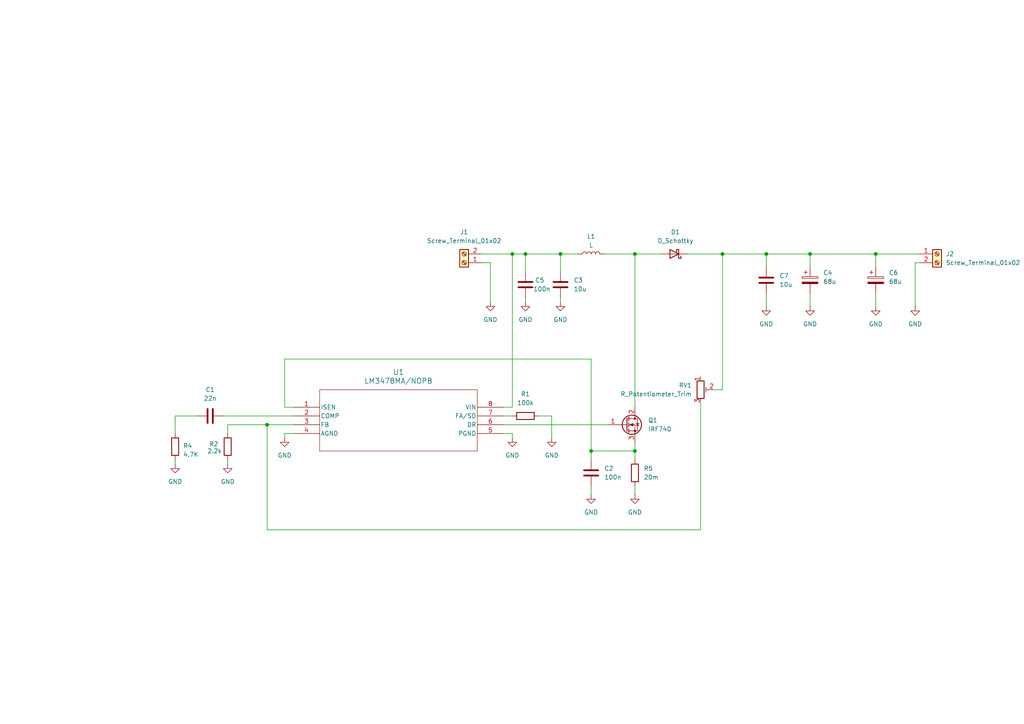
<source format=kicad_sch>
(kicad_sch
	(version 20250114)
	(generator "eeschema")
	(generator_version "9.0")
	(uuid "6fb64154-64bf-4781-9b2a-325041d40855")
	(paper "A4")
	(lib_symbols
		(symbol "Connector:Screw_Terminal_01x02"
			(pin_names
				(offset 1.016)
				(hide yes)
			)
			(exclude_from_sim no)
			(in_bom yes)
			(on_board yes)
			(property "Reference" "J"
				(at 0 2.54 0)
				(effects
					(font
						(size 1.27 1.27)
					)
				)
			)
			(property "Value" "Screw_Terminal_01x02"
				(at 0 -5.08 0)
				(effects
					(font
						(size 1.27 1.27)
					)
				)
			)
			(property "Footprint" ""
				(at 0 0 0)
				(effects
					(font
						(size 1.27 1.27)
					)
					(hide yes)
				)
			)
			(property "Datasheet" "~"
				(at 0 0 0)
				(effects
					(font
						(size 1.27 1.27)
					)
					(hide yes)
				)
			)
			(property "Description" "Generic screw terminal, single row, 01x02, script generated (kicad-library-utils/schlib/autogen/connector/)"
				(at 0 0 0)
				(effects
					(font
						(size 1.27 1.27)
					)
					(hide yes)
				)
			)
			(property "ki_keywords" "screw terminal"
				(at 0 0 0)
				(effects
					(font
						(size 1.27 1.27)
					)
					(hide yes)
				)
			)
			(property "ki_fp_filters" "TerminalBlock*:*"
				(at 0 0 0)
				(effects
					(font
						(size 1.27 1.27)
					)
					(hide yes)
				)
			)
			(symbol "Screw_Terminal_01x02_1_1"
				(rectangle
					(start -1.27 1.27)
					(end 1.27 -3.81)
					(stroke
						(width 0.254)
						(type default)
					)
					(fill
						(type background)
					)
				)
				(polyline
					(pts
						(xy -0.5334 0.3302) (xy 0.3302 -0.508)
					)
					(stroke
						(width 0.1524)
						(type default)
					)
					(fill
						(type none)
					)
				)
				(polyline
					(pts
						(xy -0.5334 -2.2098) (xy 0.3302 -3.048)
					)
					(stroke
						(width 0.1524)
						(type default)
					)
					(fill
						(type none)
					)
				)
				(polyline
					(pts
						(xy -0.3556 0.508) (xy 0.508 -0.3302)
					)
					(stroke
						(width 0.1524)
						(type default)
					)
					(fill
						(type none)
					)
				)
				(polyline
					(pts
						(xy -0.3556 -2.032) (xy 0.508 -2.8702)
					)
					(stroke
						(width 0.1524)
						(type default)
					)
					(fill
						(type none)
					)
				)
				(circle
					(center 0 0)
					(radius 0.635)
					(stroke
						(width 0.1524)
						(type default)
					)
					(fill
						(type none)
					)
				)
				(circle
					(center 0 -2.54)
					(radius 0.635)
					(stroke
						(width 0.1524)
						(type default)
					)
					(fill
						(type none)
					)
				)
				(pin passive line
					(at -5.08 0 0)
					(length 3.81)
					(name "Pin_1"
						(effects
							(font
								(size 1.27 1.27)
							)
						)
					)
					(number "1"
						(effects
							(font
								(size 1.27 1.27)
							)
						)
					)
				)
				(pin passive line
					(at -5.08 -2.54 0)
					(length 3.81)
					(name "Pin_2"
						(effects
							(font
								(size 1.27 1.27)
							)
						)
					)
					(number "2"
						(effects
							(font
								(size 1.27 1.27)
							)
						)
					)
				)
			)
			(embedded_fonts no)
		)
		(symbol "Device:C"
			(pin_numbers
				(hide yes)
			)
			(pin_names
				(offset 0.254)
			)
			(exclude_from_sim no)
			(in_bom yes)
			(on_board yes)
			(property "Reference" "C"
				(at 0.635 2.54 0)
				(effects
					(font
						(size 1.27 1.27)
					)
					(justify left)
				)
			)
			(property "Value" "C"
				(at 0.635 -2.54 0)
				(effects
					(font
						(size 1.27 1.27)
					)
					(justify left)
				)
			)
			(property "Footprint" ""
				(at 0.9652 -3.81 0)
				(effects
					(font
						(size 1.27 1.27)
					)
					(hide yes)
				)
			)
			(property "Datasheet" "~"
				(at 0 0 0)
				(effects
					(font
						(size 1.27 1.27)
					)
					(hide yes)
				)
			)
			(property "Description" "Unpolarized capacitor"
				(at 0 0 0)
				(effects
					(font
						(size 1.27 1.27)
					)
					(hide yes)
				)
			)
			(property "ki_keywords" "cap capacitor"
				(at 0 0 0)
				(effects
					(font
						(size 1.27 1.27)
					)
					(hide yes)
				)
			)
			(property "ki_fp_filters" "C_*"
				(at 0 0 0)
				(effects
					(font
						(size 1.27 1.27)
					)
					(hide yes)
				)
			)
			(symbol "C_0_1"
				(polyline
					(pts
						(xy -2.032 0.762) (xy 2.032 0.762)
					)
					(stroke
						(width 0.508)
						(type default)
					)
					(fill
						(type none)
					)
				)
				(polyline
					(pts
						(xy -2.032 -0.762) (xy 2.032 -0.762)
					)
					(stroke
						(width 0.508)
						(type default)
					)
					(fill
						(type none)
					)
				)
			)
			(symbol "C_1_1"
				(pin passive line
					(at 0 3.81 270)
					(length 2.794)
					(name "~"
						(effects
							(font
								(size 1.27 1.27)
							)
						)
					)
					(number "1"
						(effects
							(font
								(size 1.27 1.27)
							)
						)
					)
				)
				(pin passive line
					(at 0 -3.81 90)
					(length 2.794)
					(name "~"
						(effects
							(font
								(size 1.27 1.27)
							)
						)
					)
					(number "2"
						(effects
							(font
								(size 1.27 1.27)
							)
						)
					)
				)
			)
			(embedded_fonts no)
		)
		(symbol "Device:C_Polarized"
			(pin_numbers
				(hide yes)
			)
			(pin_names
				(offset 0.254)
			)
			(exclude_from_sim no)
			(in_bom yes)
			(on_board yes)
			(property "Reference" "C"
				(at 0.635 2.54 0)
				(effects
					(font
						(size 1.27 1.27)
					)
					(justify left)
				)
			)
			(property "Value" "C_Polarized"
				(at 0.635 -2.54 0)
				(effects
					(font
						(size 1.27 1.27)
					)
					(justify left)
				)
			)
			(property "Footprint" ""
				(at 0.9652 -3.81 0)
				(effects
					(font
						(size 1.27 1.27)
					)
					(hide yes)
				)
			)
			(property "Datasheet" "~"
				(at 0 0 0)
				(effects
					(font
						(size 1.27 1.27)
					)
					(hide yes)
				)
			)
			(property "Description" "Polarized capacitor"
				(at 0 0 0)
				(effects
					(font
						(size 1.27 1.27)
					)
					(hide yes)
				)
			)
			(property "ki_keywords" "cap capacitor"
				(at 0 0 0)
				(effects
					(font
						(size 1.27 1.27)
					)
					(hide yes)
				)
			)
			(property "ki_fp_filters" "CP_*"
				(at 0 0 0)
				(effects
					(font
						(size 1.27 1.27)
					)
					(hide yes)
				)
			)
			(symbol "C_Polarized_0_1"
				(rectangle
					(start -2.286 0.508)
					(end 2.286 1.016)
					(stroke
						(width 0)
						(type default)
					)
					(fill
						(type none)
					)
				)
				(polyline
					(pts
						(xy -1.778 2.286) (xy -0.762 2.286)
					)
					(stroke
						(width 0)
						(type default)
					)
					(fill
						(type none)
					)
				)
				(polyline
					(pts
						(xy -1.27 2.794) (xy -1.27 1.778)
					)
					(stroke
						(width 0)
						(type default)
					)
					(fill
						(type none)
					)
				)
				(rectangle
					(start 2.286 -0.508)
					(end -2.286 -1.016)
					(stroke
						(width 0)
						(type default)
					)
					(fill
						(type outline)
					)
				)
			)
			(symbol "C_Polarized_1_1"
				(pin passive line
					(at 0 3.81 270)
					(length 2.794)
					(name "~"
						(effects
							(font
								(size 1.27 1.27)
							)
						)
					)
					(number "1"
						(effects
							(font
								(size 1.27 1.27)
							)
						)
					)
				)
				(pin passive line
					(at 0 -3.81 90)
					(length 2.794)
					(name "~"
						(effects
							(font
								(size 1.27 1.27)
							)
						)
					)
					(number "2"
						(effects
							(font
								(size 1.27 1.27)
							)
						)
					)
				)
			)
			(embedded_fonts no)
		)
		(symbol "Device:D_Schottky"
			(pin_numbers
				(hide yes)
			)
			(pin_names
				(offset 1.016)
				(hide yes)
			)
			(exclude_from_sim no)
			(in_bom yes)
			(on_board yes)
			(property "Reference" "D"
				(at 0 2.54 0)
				(effects
					(font
						(size 1.27 1.27)
					)
				)
			)
			(property "Value" "D_Schottky"
				(at 0 -2.54 0)
				(effects
					(font
						(size 1.27 1.27)
					)
				)
			)
			(property "Footprint" ""
				(at 0 0 0)
				(effects
					(font
						(size 1.27 1.27)
					)
					(hide yes)
				)
			)
			(property "Datasheet" "~"
				(at 0 0 0)
				(effects
					(font
						(size 1.27 1.27)
					)
					(hide yes)
				)
			)
			(property "Description" "Schottky diode"
				(at 0 0 0)
				(effects
					(font
						(size 1.27 1.27)
					)
					(hide yes)
				)
			)
			(property "ki_keywords" "diode Schottky"
				(at 0 0 0)
				(effects
					(font
						(size 1.27 1.27)
					)
					(hide yes)
				)
			)
			(property "ki_fp_filters" "TO-???* *_Diode_* *SingleDiode* D_*"
				(at 0 0 0)
				(effects
					(font
						(size 1.27 1.27)
					)
					(hide yes)
				)
			)
			(symbol "D_Schottky_0_1"
				(polyline
					(pts
						(xy -1.905 0.635) (xy -1.905 1.27) (xy -1.27 1.27) (xy -1.27 -1.27) (xy -0.635 -1.27) (xy -0.635 -0.635)
					)
					(stroke
						(width 0.254)
						(type default)
					)
					(fill
						(type none)
					)
				)
				(polyline
					(pts
						(xy 1.27 1.27) (xy 1.27 -1.27) (xy -1.27 0) (xy 1.27 1.27)
					)
					(stroke
						(width 0.254)
						(type default)
					)
					(fill
						(type none)
					)
				)
				(polyline
					(pts
						(xy 1.27 0) (xy -1.27 0)
					)
					(stroke
						(width 0)
						(type default)
					)
					(fill
						(type none)
					)
				)
			)
			(symbol "D_Schottky_1_1"
				(pin passive line
					(at -3.81 0 0)
					(length 2.54)
					(name "K"
						(effects
							(font
								(size 1.27 1.27)
							)
						)
					)
					(number "1"
						(effects
							(font
								(size 1.27 1.27)
							)
						)
					)
				)
				(pin passive line
					(at 3.81 0 180)
					(length 2.54)
					(name "A"
						(effects
							(font
								(size 1.27 1.27)
							)
						)
					)
					(number "2"
						(effects
							(font
								(size 1.27 1.27)
							)
						)
					)
				)
			)
			(embedded_fonts no)
		)
		(symbol "Device:L"
			(pin_numbers
				(hide yes)
			)
			(pin_names
				(offset 1.016)
				(hide yes)
			)
			(exclude_from_sim no)
			(in_bom yes)
			(on_board yes)
			(property "Reference" "L"
				(at -1.27 0 90)
				(effects
					(font
						(size 1.27 1.27)
					)
				)
			)
			(property "Value" "L"
				(at 1.905 0 90)
				(effects
					(font
						(size 1.27 1.27)
					)
				)
			)
			(property "Footprint" ""
				(at 0 0 0)
				(effects
					(font
						(size 1.27 1.27)
					)
					(hide yes)
				)
			)
			(property "Datasheet" "~"
				(at 0 0 0)
				(effects
					(font
						(size 1.27 1.27)
					)
					(hide yes)
				)
			)
			(property "Description" "Inductor"
				(at 0 0 0)
				(effects
					(font
						(size 1.27 1.27)
					)
					(hide yes)
				)
			)
			(property "ki_keywords" "inductor choke coil reactor magnetic"
				(at 0 0 0)
				(effects
					(font
						(size 1.27 1.27)
					)
					(hide yes)
				)
			)
			(property "ki_fp_filters" "Choke_* *Coil* Inductor_* L_*"
				(at 0 0 0)
				(effects
					(font
						(size 1.27 1.27)
					)
					(hide yes)
				)
			)
			(symbol "L_0_1"
				(arc
					(start 0 2.54)
					(mid 0.6323 1.905)
					(end 0 1.27)
					(stroke
						(width 0)
						(type default)
					)
					(fill
						(type none)
					)
				)
				(arc
					(start 0 1.27)
					(mid 0.6323 0.635)
					(end 0 0)
					(stroke
						(width 0)
						(type default)
					)
					(fill
						(type none)
					)
				)
				(arc
					(start 0 0)
					(mid 0.6323 -0.635)
					(end 0 -1.27)
					(stroke
						(width 0)
						(type default)
					)
					(fill
						(type none)
					)
				)
				(arc
					(start 0 -1.27)
					(mid 0.6323 -1.905)
					(end 0 -2.54)
					(stroke
						(width 0)
						(type default)
					)
					(fill
						(type none)
					)
				)
			)
			(symbol "L_1_1"
				(pin passive line
					(at 0 3.81 270)
					(length 1.27)
					(name "1"
						(effects
							(font
								(size 1.27 1.27)
							)
						)
					)
					(number "1"
						(effects
							(font
								(size 1.27 1.27)
							)
						)
					)
				)
				(pin passive line
					(at 0 -3.81 90)
					(length 1.27)
					(name "2"
						(effects
							(font
								(size 1.27 1.27)
							)
						)
					)
					(number "2"
						(effects
							(font
								(size 1.27 1.27)
							)
						)
					)
				)
			)
			(embedded_fonts no)
		)
		(symbol "Device:R"
			(pin_numbers
				(hide yes)
			)
			(pin_names
				(offset 0)
			)
			(exclude_from_sim no)
			(in_bom yes)
			(on_board yes)
			(property "Reference" "R"
				(at 2.032 0 90)
				(effects
					(font
						(size 1.27 1.27)
					)
				)
			)
			(property "Value" "R"
				(at 0 0 90)
				(effects
					(font
						(size 1.27 1.27)
					)
				)
			)
			(property "Footprint" ""
				(at -1.778 0 90)
				(effects
					(font
						(size 1.27 1.27)
					)
					(hide yes)
				)
			)
			(property "Datasheet" "~"
				(at 0 0 0)
				(effects
					(font
						(size 1.27 1.27)
					)
					(hide yes)
				)
			)
			(property "Description" "Resistor"
				(at 0 0 0)
				(effects
					(font
						(size 1.27 1.27)
					)
					(hide yes)
				)
			)
			(property "ki_keywords" "R res resistor"
				(at 0 0 0)
				(effects
					(font
						(size 1.27 1.27)
					)
					(hide yes)
				)
			)
			(property "ki_fp_filters" "R_*"
				(at 0 0 0)
				(effects
					(font
						(size 1.27 1.27)
					)
					(hide yes)
				)
			)
			(symbol "R_0_1"
				(rectangle
					(start -1.016 -2.54)
					(end 1.016 2.54)
					(stroke
						(width 0.254)
						(type default)
					)
					(fill
						(type none)
					)
				)
			)
			(symbol "R_1_1"
				(pin passive line
					(at 0 3.81 270)
					(length 1.27)
					(name "~"
						(effects
							(font
								(size 1.27 1.27)
							)
						)
					)
					(number "1"
						(effects
							(font
								(size 1.27 1.27)
							)
						)
					)
				)
				(pin passive line
					(at 0 -3.81 90)
					(length 1.27)
					(name "~"
						(effects
							(font
								(size 1.27 1.27)
							)
						)
					)
					(number "2"
						(effects
							(font
								(size 1.27 1.27)
							)
						)
					)
				)
			)
			(embedded_fonts no)
		)
		(symbol "Device:R_Potentiometer_Trim"
			(pin_names
				(offset 1.016)
				(hide yes)
			)
			(exclude_from_sim no)
			(in_bom yes)
			(on_board yes)
			(property "Reference" "RV"
				(at -4.445 0 90)
				(effects
					(font
						(size 1.27 1.27)
					)
				)
			)
			(property "Value" "R_Potentiometer_Trim"
				(at -2.54 0 90)
				(effects
					(font
						(size 1.27 1.27)
					)
				)
			)
			(property "Footprint" ""
				(at 0 0 0)
				(effects
					(font
						(size 1.27 1.27)
					)
					(hide yes)
				)
			)
			(property "Datasheet" "~"
				(at 0 0 0)
				(effects
					(font
						(size 1.27 1.27)
					)
					(hide yes)
				)
			)
			(property "Description" "Trim-potentiometer"
				(at 0 0 0)
				(effects
					(font
						(size 1.27 1.27)
					)
					(hide yes)
				)
			)
			(property "ki_keywords" "resistor variable trimpot trimmer"
				(at 0 0 0)
				(effects
					(font
						(size 1.27 1.27)
					)
					(hide yes)
				)
			)
			(property "ki_fp_filters" "Potentiometer*"
				(at 0 0 0)
				(effects
					(font
						(size 1.27 1.27)
					)
					(hide yes)
				)
			)
			(symbol "R_Potentiometer_Trim_0_1"
				(rectangle
					(start 1.016 2.54)
					(end -1.016 -2.54)
					(stroke
						(width 0.254)
						(type default)
					)
					(fill
						(type none)
					)
				)
				(polyline
					(pts
						(xy 1.524 0.762) (xy 1.524 -0.762)
					)
					(stroke
						(width 0)
						(type default)
					)
					(fill
						(type none)
					)
				)
				(polyline
					(pts
						(xy 2.54 0) (xy 1.524 0)
					)
					(stroke
						(width 0)
						(type default)
					)
					(fill
						(type none)
					)
				)
			)
			(symbol "R_Potentiometer_Trim_1_1"
				(pin passive line
					(at 0 3.81 270)
					(length 1.27)
					(name "1"
						(effects
							(font
								(size 1.27 1.27)
							)
						)
					)
					(number "1"
						(effects
							(font
								(size 1.27 1.27)
							)
						)
					)
				)
				(pin passive line
					(at 0 -3.81 90)
					(length 1.27)
					(name "3"
						(effects
							(font
								(size 1.27 1.27)
							)
						)
					)
					(number "3"
						(effects
							(font
								(size 1.27 1.27)
							)
						)
					)
				)
				(pin passive line
					(at 3.81 0 180)
					(length 1.27)
					(name "2"
						(effects
							(font
								(size 1.27 1.27)
							)
						)
					)
					(number "2"
						(effects
							(font
								(size 1.27 1.27)
							)
						)
					)
				)
			)
			(embedded_fonts no)
		)
		(symbol "PE:LM3478MA_NOPB"
			(pin_names
				(offset 0.254)
			)
			(exclude_from_sim no)
			(in_bom yes)
			(on_board yes)
			(property "Reference" "U"
				(at 30.48 10.16 0)
				(effects
					(font
						(size 1.524 1.524)
					)
				)
			)
			(property "Value" "LM3478MA/NOPB"
				(at 30.48 7.62 0)
				(effects
					(font
						(size 1.524 1.524)
					)
				)
			)
			(property "Footprint" "M08A"
				(at 0 0 0)
				(effects
					(font
						(size 1.27 1.27)
						(italic yes)
					)
					(hide yes)
				)
			)
			(property "Datasheet" "https://www.ti.com/lit/gpn/lm3478"
				(at 0 0 0)
				(effects
					(font
						(size 1.27 1.27)
						(italic yes)
					)
					(hide yes)
				)
			)
			(property "Description" ""
				(at 0 0 0)
				(effects
					(font
						(size 1.27 1.27)
					)
					(hide yes)
				)
			)
			(property "ki_locked" ""
				(at 0 0 0)
				(effects
					(font
						(size 1.27 1.27)
					)
				)
			)
			(property "ki_keywords" "LM3478MA/NOPB"
				(at 0 0 0)
				(effects
					(font
						(size 1.27 1.27)
					)
					(hide yes)
				)
			)
			(property "ki_fp_filters" "M08A M08A-M M08A-L"
				(at 0 0 0)
				(effects
					(font
						(size 1.27 1.27)
					)
					(hide yes)
				)
			)
			(symbol "LM3478MA_NOPB_0_1"
				(polyline
					(pts
						(xy 7.62 5.08) (xy 7.62 -12.7)
					)
					(stroke
						(width 0.127)
						(type default)
					)
					(fill
						(type none)
					)
				)
				(polyline
					(pts
						(xy 7.62 -12.7) (xy 53.34 -12.7)
					)
					(stroke
						(width 0.127)
						(type default)
					)
					(fill
						(type none)
					)
				)
				(polyline
					(pts
						(xy 53.34 5.08) (xy 7.62 5.08)
					)
					(stroke
						(width 0.127)
						(type default)
					)
					(fill
						(type none)
					)
				)
				(polyline
					(pts
						(xy 53.34 -12.7) (xy 53.34 5.08)
					)
					(stroke
						(width 0.127)
						(type default)
					)
					(fill
						(type none)
					)
				)
				(pin input line
					(at 0 0 0)
					(length 7.62)
					(name "ISEN"
						(effects
							(font
								(size 1.27 1.27)
							)
						)
					)
					(number "1"
						(effects
							(font
								(size 1.27 1.27)
							)
						)
					)
				)
				(pin unspecified line
					(at 0 -2.54 0)
					(length 7.62)
					(name "COMP"
						(effects
							(font
								(size 1.27 1.27)
							)
						)
					)
					(number "2"
						(effects
							(font
								(size 1.27 1.27)
							)
						)
					)
				)
				(pin output line
					(at 0 -5.08 0)
					(length 7.62)
					(name "FB"
						(effects
							(font
								(size 1.27 1.27)
							)
						)
					)
					(number "3"
						(effects
							(font
								(size 1.27 1.27)
							)
						)
					)
				)
				(pin power_in line
					(at 0 -7.62 0)
					(length 7.62)
					(name "AGND"
						(effects
							(font
								(size 1.27 1.27)
							)
						)
					)
					(number "4"
						(effects
							(font
								(size 1.27 1.27)
							)
						)
					)
				)
				(pin input line
					(at 60.96 0 180)
					(length 7.62)
					(name "VIN"
						(effects
							(font
								(size 1.27 1.27)
							)
						)
					)
					(number "8"
						(effects
							(font
								(size 1.27 1.27)
							)
						)
					)
				)
				(pin bidirectional line
					(at 60.96 -2.54 180)
					(length 7.62)
					(name "FA/SD"
						(effects
							(font
								(size 1.27 1.27)
							)
						)
					)
					(number "7"
						(effects
							(font
								(size 1.27 1.27)
							)
						)
					)
				)
				(pin unspecified line
					(at 60.96 -5.08 180)
					(length 7.62)
					(name "DR"
						(effects
							(font
								(size 1.27 1.27)
							)
						)
					)
					(number "6"
						(effects
							(font
								(size 1.27 1.27)
							)
						)
					)
				)
				(pin power_in line
					(at 60.96 -7.62 180)
					(length 7.62)
					(name "PGND"
						(effects
							(font
								(size 1.27 1.27)
							)
						)
					)
					(number "5"
						(effects
							(font
								(size 1.27 1.27)
							)
						)
					)
				)
			)
			(embedded_fonts no)
		)
		(symbol "Transistor_FET:IRF740"
			(pin_names
				(hide yes)
			)
			(exclude_from_sim no)
			(in_bom yes)
			(on_board yes)
			(property "Reference" "Q"
				(at 5.08 1.905 0)
				(effects
					(font
						(size 1.27 1.27)
					)
					(justify left)
				)
			)
			(property "Value" "IRF740"
				(at 5.08 0 0)
				(effects
					(font
						(size 1.27 1.27)
					)
					(justify left)
				)
			)
			(property "Footprint" "Package_TO_SOT_THT:TO-220-3_Vertical"
				(at 5.08 -1.905 0)
				(effects
					(font
						(size 1.27 1.27)
						(italic yes)
					)
					(justify left)
					(hide yes)
				)
			)
			(property "Datasheet" "http://www.vishay.com/docs/91054/91054.pdf"
				(at 5.08 -3.81 0)
				(effects
					(font
						(size 1.27 1.27)
					)
					(justify left)
					(hide yes)
				)
			)
			(property "Description" "10A Id, 400V Vds, N-Channel Power MOSFET, 500mOhm Rds, TO-220AB"
				(at 0 0 0)
				(effects
					(font
						(size 1.27 1.27)
					)
					(hide yes)
				)
			)
			(property "ki_keywords" "N Channel"
				(at 0 0 0)
				(effects
					(font
						(size 1.27 1.27)
					)
					(hide yes)
				)
			)
			(property "ki_fp_filters" "TO?220*"
				(at 0 0 0)
				(effects
					(font
						(size 1.27 1.27)
					)
					(hide yes)
				)
			)
			(symbol "IRF740_0_1"
				(polyline
					(pts
						(xy 0.254 1.905) (xy 0.254 -1.905)
					)
					(stroke
						(width 0.254)
						(type default)
					)
					(fill
						(type none)
					)
				)
				(polyline
					(pts
						(xy 0.254 0) (xy -2.54 0)
					)
					(stroke
						(width 0)
						(type default)
					)
					(fill
						(type none)
					)
				)
				(polyline
					(pts
						(xy 0.762 2.286) (xy 0.762 1.27)
					)
					(stroke
						(width 0.254)
						(type default)
					)
					(fill
						(type none)
					)
				)
				(polyline
					(pts
						(xy 0.762 0.508) (xy 0.762 -0.508)
					)
					(stroke
						(width 0.254)
						(type default)
					)
					(fill
						(type none)
					)
				)
				(polyline
					(pts
						(xy 0.762 -1.27) (xy 0.762 -2.286)
					)
					(stroke
						(width 0.254)
						(type default)
					)
					(fill
						(type none)
					)
				)
				(polyline
					(pts
						(xy 0.762 -1.778) (xy 3.302 -1.778) (xy 3.302 1.778) (xy 0.762 1.778)
					)
					(stroke
						(width 0)
						(type default)
					)
					(fill
						(type none)
					)
				)
				(polyline
					(pts
						(xy 1.016 0) (xy 2.032 0.381) (xy 2.032 -0.381) (xy 1.016 0)
					)
					(stroke
						(width 0)
						(type default)
					)
					(fill
						(type outline)
					)
				)
				(circle
					(center 1.651 0)
					(radius 2.794)
					(stroke
						(width 0.254)
						(type default)
					)
					(fill
						(type none)
					)
				)
				(polyline
					(pts
						(xy 2.54 2.54) (xy 2.54 1.778)
					)
					(stroke
						(width 0)
						(type default)
					)
					(fill
						(type none)
					)
				)
				(circle
					(center 2.54 1.778)
					(radius 0.254)
					(stroke
						(width 0)
						(type default)
					)
					(fill
						(type outline)
					)
				)
				(circle
					(center 2.54 -1.778)
					(radius 0.254)
					(stroke
						(width 0)
						(type default)
					)
					(fill
						(type outline)
					)
				)
				(polyline
					(pts
						(xy 2.54 -2.54) (xy 2.54 0) (xy 0.762 0)
					)
					(stroke
						(width 0)
						(type default)
					)
					(fill
						(type none)
					)
				)
				(polyline
					(pts
						(xy 2.794 0.508) (xy 2.921 0.381) (xy 3.683 0.381) (xy 3.81 0.254)
					)
					(stroke
						(width 0)
						(type default)
					)
					(fill
						(type none)
					)
				)
				(polyline
					(pts
						(xy 3.302 0.381) (xy 2.921 -0.254) (xy 3.683 -0.254) (xy 3.302 0.381)
					)
					(stroke
						(width 0)
						(type default)
					)
					(fill
						(type none)
					)
				)
			)
			(symbol "IRF740_1_1"
				(pin input line
					(at -5.08 0 0)
					(length 2.54)
					(name "G"
						(effects
							(font
								(size 1.27 1.27)
							)
						)
					)
					(number "1"
						(effects
							(font
								(size 1.27 1.27)
							)
						)
					)
				)
				(pin passive line
					(at 2.54 5.08 270)
					(length 2.54)
					(name "D"
						(effects
							(font
								(size 1.27 1.27)
							)
						)
					)
					(number "2"
						(effects
							(font
								(size 1.27 1.27)
							)
						)
					)
				)
				(pin passive line
					(at 2.54 -5.08 90)
					(length 2.54)
					(name "S"
						(effects
							(font
								(size 1.27 1.27)
							)
						)
					)
					(number "3"
						(effects
							(font
								(size 1.27 1.27)
							)
						)
					)
				)
			)
			(embedded_fonts no)
		)
		(symbol "power:GND"
			(power)
			(pin_numbers
				(hide yes)
			)
			(pin_names
				(offset 0)
				(hide yes)
			)
			(exclude_from_sim no)
			(in_bom yes)
			(on_board yes)
			(property "Reference" "#PWR"
				(at 0 -6.35 0)
				(effects
					(font
						(size 1.27 1.27)
					)
					(hide yes)
				)
			)
			(property "Value" "GND"
				(at 0 -3.81 0)
				(effects
					(font
						(size 1.27 1.27)
					)
				)
			)
			(property "Footprint" ""
				(at 0 0 0)
				(effects
					(font
						(size 1.27 1.27)
					)
					(hide yes)
				)
			)
			(property "Datasheet" ""
				(at 0 0 0)
				(effects
					(font
						(size 1.27 1.27)
					)
					(hide yes)
				)
			)
			(property "Description" "Power symbol creates a global label with name \"GND\" , ground"
				(at 0 0 0)
				(effects
					(font
						(size 1.27 1.27)
					)
					(hide yes)
				)
			)
			(property "ki_keywords" "global power"
				(at 0 0 0)
				(effects
					(font
						(size 1.27 1.27)
					)
					(hide yes)
				)
			)
			(symbol "GND_0_1"
				(polyline
					(pts
						(xy 0 0) (xy 0 -1.27) (xy 1.27 -1.27) (xy 0 -2.54) (xy -1.27 -1.27) (xy 0 -1.27)
					)
					(stroke
						(width 0)
						(type default)
					)
					(fill
						(type none)
					)
				)
			)
			(symbol "GND_1_1"
				(pin power_in line
					(at 0 0 270)
					(length 0)
					(name "~"
						(effects
							(font
								(size 1.27 1.27)
							)
						)
					)
					(number "1"
						(effects
							(font
								(size 1.27 1.27)
							)
						)
					)
				)
			)
			(embedded_fonts no)
		)
	)
	(junction
		(at 148.59 73.66)
		(diameter 0)
		(color 0 0 0 0)
		(uuid "03c73fae-50aa-4746-b06f-551377ec2f34")
	)
	(junction
		(at 152.4 73.66)
		(diameter 0)
		(color 0 0 0 0)
		(uuid "0f71bd70-d4fa-493c-bc57-1460e1a7ff5b")
	)
	(junction
		(at 184.15 130.81)
		(diameter 0)
		(color 0 0 0 0)
		(uuid "10593e83-6d05-459f-9e66-543900c3a791")
	)
	(junction
		(at 77.47 123.19)
		(diameter 0)
		(color 0 0 0 0)
		(uuid "1b3716fd-f495-4b9d-a20e-1ea2d0d1c2f3")
	)
	(junction
		(at 171.45 130.81)
		(diameter 0)
		(color 0 0 0 0)
		(uuid "2c8589b5-902a-451c-ad1a-5962098599e6")
	)
	(junction
		(at 222.25 73.66)
		(diameter 0)
		(color 0 0 0 0)
		(uuid "2e0afe26-43c8-47a0-b1f1-5a7d304dad8e")
	)
	(junction
		(at 234.95 73.66)
		(diameter 0)
		(color 0 0 0 0)
		(uuid "487a5aca-da46-44fd-8be1-41b00de1a3ca")
	)
	(junction
		(at 162.56 73.66)
		(diameter 0)
		(color 0 0 0 0)
		(uuid "597f993b-ef03-4d38-af7d-21aa568c8111")
	)
	(junction
		(at 209.55 73.66)
		(diameter 0)
		(color 0 0 0 0)
		(uuid "7e594541-3c89-43fd-90e5-77b1242dffdb")
	)
	(junction
		(at 254 73.66)
		(diameter 0)
		(color 0 0 0 0)
		(uuid "b3053c41-b165-4984-b86d-c47879d2a740")
	)
	(junction
		(at 184.15 73.66)
		(diameter 0)
		(color 0 0 0 0)
		(uuid "e430f700-8dbb-45a5-8309-c77c2e16581e")
	)
	(wire
		(pts
			(xy 152.4 86.36) (xy 152.4 87.63)
		)
		(stroke
			(width 0)
			(type default)
		)
		(uuid "014a3c7e-9bdb-42b7-a34e-190571fabef4")
	)
	(wire
		(pts
			(xy 85.09 118.11) (xy 82.55 118.11)
		)
		(stroke
			(width 0)
			(type default)
		)
		(uuid "06c15ac2-ab3d-4867-98cb-dda52eed540a")
	)
	(wire
		(pts
			(xy 265.43 76.2) (xy 266.7 76.2)
		)
		(stroke
			(width 0)
			(type default)
		)
		(uuid "07ef8bff-71d8-4a02-952b-955d5fa9649a")
	)
	(wire
		(pts
			(xy 254 73.66) (xy 254 77.47)
		)
		(stroke
			(width 0)
			(type default)
		)
		(uuid "07f72ef7-5410-42bb-84e6-835f078af0b9")
	)
	(wire
		(pts
			(xy 82.55 104.14) (xy 171.45 104.14)
		)
		(stroke
			(width 0)
			(type default)
		)
		(uuid "0a23d9d7-7ad1-40d7-9348-80afeccfd62e")
	)
	(wire
		(pts
			(xy 184.15 73.66) (xy 184.15 118.11)
		)
		(stroke
			(width 0)
			(type default)
		)
		(uuid "0a7dab2a-617e-42be-824c-46b363c23ec0")
	)
	(wire
		(pts
			(xy 64.77 120.65) (xy 85.09 120.65)
		)
		(stroke
			(width 0)
			(type default)
		)
		(uuid "23dfb5a7-70b3-46d2-a35f-9b3235180683")
	)
	(wire
		(pts
			(xy 209.55 73.66) (xy 222.25 73.66)
		)
		(stroke
			(width 0)
			(type default)
		)
		(uuid "26ef8838-d06e-457c-a788-396eac300b6c")
	)
	(wire
		(pts
			(xy 171.45 140.97) (xy 171.45 143.51)
		)
		(stroke
			(width 0)
			(type default)
		)
		(uuid "2ca1ea65-4c1f-4abc-93d7-e2bfd86041fa")
	)
	(wire
		(pts
			(xy 82.55 118.11) (xy 82.55 104.14)
		)
		(stroke
			(width 0)
			(type default)
		)
		(uuid "30e1838f-80d6-4f0c-bf9e-177decbc8762")
	)
	(wire
		(pts
			(xy 162.56 86.36) (xy 162.56 87.63)
		)
		(stroke
			(width 0)
			(type default)
		)
		(uuid "36324ea6-7115-49b9-a139-8df87af7392a")
	)
	(wire
		(pts
			(xy 171.45 104.14) (xy 171.45 130.81)
		)
		(stroke
			(width 0)
			(type default)
		)
		(uuid "39242569-fd6f-48e9-9e50-4074ca577ddd")
	)
	(wire
		(pts
			(xy 66.04 123.19) (xy 77.47 123.19)
		)
		(stroke
			(width 0)
			(type default)
		)
		(uuid "3d974fd9-7c77-4a31-a33c-dbe42cc84efe")
	)
	(wire
		(pts
			(xy 209.55 73.66) (xy 209.55 113.03)
		)
		(stroke
			(width 0)
			(type default)
		)
		(uuid "3e97c48e-bcfa-4c3b-be22-7cd0ae04e6d5")
	)
	(wire
		(pts
			(xy 254 85.09) (xy 254 88.9)
		)
		(stroke
			(width 0)
			(type default)
		)
		(uuid "45cadea8-2df7-42d0-81cd-f7eb0eb3bf9d")
	)
	(wire
		(pts
			(xy 234.95 77.47) (xy 234.95 73.66)
		)
		(stroke
			(width 0)
			(type default)
		)
		(uuid "48b54582-05a9-4444-a320-f41cb4688d6c")
	)
	(wire
		(pts
			(xy 85.09 123.19) (xy 77.47 123.19)
		)
		(stroke
			(width 0)
			(type default)
		)
		(uuid "52508c58-172a-45d7-af89-47d109d0438d")
	)
	(wire
		(pts
			(xy 184.15 130.81) (xy 171.45 130.81)
		)
		(stroke
			(width 0)
			(type default)
		)
		(uuid "542d53ef-1c01-4987-ba3c-c46413bd8e56")
	)
	(wire
		(pts
			(xy 146.05 125.73) (xy 148.59 125.73)
		)
		(stroke
			(width 0)
			(type default)
		)
		(uuid "6b282f3f-62ac-4b36-80a0-65d0e27a3cd3")
	)
	(wire
		(pts
			(xy 148.59 118.11) (xy 148.59 73.66)
		)
		(stroke
			(width 0)
			(type default)
		)
		(uuid "71bad56a-abf4-4fb0-bf4d-cc0d17ddf42a")
	)
	(wire
		(pts
			(xy 175.26 73.66) (xy 184.15 73.66)
		)
		(stroke
			(width 0)
			(type default)
		)
		(uuid "7535d1e5-88e6-430b-b54e-3751be75e93f")
	)
	(wire
		(pts
			(xy 162.56 73.66) (xy 167.64 73.66)
		)
		(stroke
			(width 0)
			(type default)
		)
		(uuid "75bd9100-9175-4985-aa91-c130afed5a1f")
	)
	(wire
		(pts
			(xy 162.56 73.66) (xy 162.56 78.74)
		)
		(stroke
			(width 0)
			(type default)
		)
		(uuid "7c5ba7df-7dfc-4e70-9068-8c160c48539b")
	)
	(wire
		(pts
			(xy 265.43 76.2) (xy 265.43 88.9)
		)
		(stroke
			(width 0)
			(type default)
		)
		(uuid "86242943-88b1-4dca-91d0-f44a079cba24")
	)
	(wire
		(pts
			(xy 222.25 73.66) (xy 234.95 73.66)
		)
		(stroke
			(width 0)
			(type default)
		)
		(uuid "89c02da2-ea0c-4135-9a0c-243346211b52")
	)
	(wire
		(pts
			(xy 184.15 128.27) (xy 184.15 130.81)
		)
		(stroke
			(width 0)
			(type default)
		)
		(uuid "89c88af3-383d-42a4-92e9-1f4f3ee3062c")
	)
	(wire
		(pts
			(xy 148.59 73.66) (xy 152.4 73.66)
		)
		(stroke
			(width 0)
			(type default)
		)
		(uuid "8cccc1f0-9171-4520-a03d-b2551065abe7")
	)
	(wire
		(pts
			(xy 77.47 153.67) (xy 77.47 123.19)
		)
		(stroke
			(width 0)
			(type default)
		)
		(uuid "8f633cd4-9abc-4970-96e4-61acbb3b3def")
	)
	(wire
		(pts
			(xy 66.04 123.19) (xy 66.04 125.73)
		)
		(stroke
			(width 0)
			(type default)
		)
		(uuid "92dd5fba-09f5-47f9-a3cd-7022c683ee98")
	)
	(wire
		(pts
			(xy 160.02 120.65) (xy 160.02 127)
		)
		(stroke
			(width 0)
			(type default)
		)
		(uuid "96f5d205-0a2b-4ffc-bf9d-a030a7a077f8")
	)
	(wire
		(pts
			(xy 85.09 125.73) (xy 82.55 125.73)
		)
		(stroke
			(width 0)
			(type default)
		)
		(uuid "99cf662f-e56c-4647-913f-e95e7607b6b7")
	)
	(wire
		(pts
			(xy 139.7 73.66) (xy 148.59 73.66)
		)
		(stroke
			(width 0)
			(type default)
		)
		(uuid "9efb8b5d-a898-46ee-a30f-93061f57c2c0")
	)
	(wire
		(pts
			(xy 146.05 123.19) (xy 176.53 123.19)
		)
		(stroke
			(width 0)
			(type default)
		)
		(uuid "a0dbc392-264b-43ce-81d0-3502bff972ec")
	)
	(wire
		(pts
			(xy 207.01 113.03) (xy 209.55 113.03)
		)
		(stroke
			(width 0)
			(type default)
		)
		(uuid "a19ba0b4-eede-44b3-9b36-70b10cd04ee9")
	)
	(wire
		(pts
			(xy 199.39 73.66) (xy 209.55 73.66)
		)
		(stroke
			(width 0)
			(type default)
		)
		(uuid "a45f75eb-3eb2-42d4-9072-20810f1f7688")
	)
	(wire
		(pts
			(xy 203.2 116.84) (xy 203.2 153.67)
		)
		(stroke
			(width 0)
			(type default)
		)
		(uuid "a8ca5025-4cb3-4a0e-b58f-ee34c67f8211")
	)
	(wire
		(pts
			(xy 146.05 118.11) (xy 148.59 118.11)
		)
		(stroke
			(width 0)
			(type default)
		)
		(uuid "af423d72-3d1a-441d-aa72-7ae676323663")
	)
	(wire
		(pts
			(xy 234.95 73.66) (xy 254 73.66)
		)
		(stroke
			(width 0)
			(type default)
		)
		(uuid "b81ed697-5200-4c95-8fcf-dddefd219d74")
	)
	(wire
		(pts
			(xy 152.4 73.66) (xy 152.4 78.74)
		)
		(stroke
			(width 0)
			(type default)
		)
		(uuid "bbb79081-dc90-440e-8463-caa92e355ff0")
	)
	(wire
		(pts
			(xy 222.25 85.09) (xy 222.25 88.9)
		)
		(stroke
			(width 0)
			(type default)
		)
		(uuid "bc161024-c96d-494f-b932-3aec593e6c52")
	)
	(wire
		(pts
			(xy 50.8 120.65) (xy 50.8 125.73)
		)
		(stroke
			(width 0)
			(type default)
		)
		(uuid "bc69f96a-d9aa-4bfa-936f-79777c855efd")
	)
	(wire
		(pts
			(xy 82.55 125.73) (xy 82.55 127)
		)
		(stroke
			(width 0)
			(type default)
		)
		(uuid "bf7f3ce5-cac5-4d96-86ce-ee3269215d7f")
	)
	(wire
		(pts
			(xy 191.77 73.66) (xy 184.15 73.66)
		)
		(stroke
			(width 0)
			(type default)
		)
		(uuid "bf92b8a3-8a07-4a67-8085-25d3de76308b")
	)
	(wire
		(pts
			(xy 156.21 120.65) (xy 160.02 120.65)
		)
		(stroke
			(width 0)
			(type default)
		)
		(uuid "c004d277-4edf-47d9-ba0a-1d475fa82b4c")
	)
	(wire
		(pts
			(xy 50.8 120.65) (xy 57.15 120.65)
		)
		(stroke
			(width 0)
			(type default)
		)
		(uuid "c1be673d-7b98-4160-93ad-8624d9a29070")
	)
	(wire
		(pts
			(xy 146.05 120.65) (xy 148.59 120.65)
		)
		(stroke
			(width 0)
			(type default)
		)
		(uuid "c6397f8c-522f-4052-8628-a1d8d7eacf7f")
	)
	(wire
		(pts
			(xy 171.45 130.81) (xy 171.45 133.35)
		)
		(stroke
			(width 0)
			(type default)
		)
		(uuid "c95691c9-79e2-470c-b523-d10f085d90f5")
	)
	(wire
		(pts
			(xy 50.8 133.35) (xy 50.8 134.62)
		)
		(stroke
			(width 0)
			(type default)
		)
		(uuid "ccb9df5d-9f76-40f9-894b-eeb81da95790")
	)
	(wire
		(pts
			(xy 77.47 153.67) (xy 203.2 153.67)
		)
		(stroke
			(width 0)
			(type default)
		)
		(uuid "cd85eb1d-a306-4de7-b1d0-78f22690b0d8")
	)
	(wire
		(pts
			(xy 266.7 73.66) (xy 254 73.66)
		)
		(stroke
			(width 0)
			(type default)
		)
		(uuid "d0231d7c-2d22-4e1b-b008-32b9e73eea28")
	)
	(wire
		(pts
			(xy 139.7 76.2) (xy 142.24 76.2)
		)
		(stroke
			(width 0)
			(type default)
		)
		(uuid "d5d5ddc7-06a5-4a53-a303-14c5a198a053")
	)
	(wire
		(pts
			(xy 142.24 76.2) (xy 142.24 87.63)
		)
		(stroke
			(width 0)
			(type default)
		)
		(uuid "d75478b6-33d7-4b17-9813-d9c93787dab4")
	)
	(wire
		(pts
			(xy 66.04 133.35) (xy 66.04 134.62)
		)
		(stroke
			(width 0)
			(type default)
		)
		(uuid "d84789a3-6946-41f0-9bdb-8056e4ddd8a4")
	)
	(wire
		(pts
			(xy 148.59 125.73) (xy 148.59 127)
		)
		(stroke
			(width 0)
			(type default)
		)
		(uuid "de68dddd-d8ec-4b50-9ee4-3adeb1667049")
	)
	(wire
		(pts
			(xy 184.15 140.97) (xy 184.15 143.51)
		)
		(stroke
			(width 0)
			(type default)
		)
		(uuid "e9423734-830f-466e-9476-07c5f2aa0fa5")
	)
	(wire
		(pts
			(xy 234.95 85.09) (xy 234.95 88.9)
		)
		(stroke
			(width 0)
			(type default)
		)
		(uuid "ee57e4f6-22a7-4dd8-b32c-d40e99a5f61a")
	)
	(wire
		(pts
			(xy 152.4 73.66) (xy 162.56 73.66)
		)
		(stroke
			(width 0)
			(type default)
		)
		(uuid "f08753f2-c38c-41c4-ac0f-82f0da29db44")
	)
	(wire
		(pts
			(xy 222.25 73.66) (xy 222.25 77.47)
		)
		(stroke
			(width 0)
			(type default)
		)
		(uuid "f0d038de-cfb3-4563-affa-58347dd37936")
	)
	(wire
		(pts
			(xy 184.15 130.81) (xy 184.15 133.35)
		)
		(stroke
			(width 0)
			(type default)
		)
		(uuid "fa326eac-2495-4793-8986-3fab0334e491")
	)
	(symbol
		(lib_id "Device:R")
		(at 184.15 137.16 0)
		(unit 1)
		(exclude_from_sim no)
		(in_bom yes)
		(on_board yes)
		(dnp no)
		(fields_autoplaced yes)
		(uuid "03ac8f8f-f25c-47c5-aeb8-e8f921d4b630")
		(property "Reference" "R5"
			(at 186.69 135.8899 0)
			(effects
				(font
					(size 1.27 1.27)
				)
				(justify left)
			)
		)
		(property "Value" "20m"
			(at 186.69 138.4299 0)
			(effects
				(font
					(size 1.27 1.27)
				)
				(justify left)
			)
		)
		(property "Footprint" "Resistor_SMD:R_2512_6332Metric_Pad1.40x3.35mm_HandSolder"
			(at 182.372 137.16 90)
			(effects
				(font
					(size 1.27 1.27)
				)
				(hide yes)
			)
		)
		(property "Datasheet" "~"
			(at 184.15 137.16 0)
			(effects
				(font
					(size 1.27 1.27)
				)
				(hide yes)
			)
		)
		(property "Description" "Resistor"
			(at 184.15 137.16 0)
			(effects
				(font
					(size 1.27 1.27)
				)
				(hide yes)
			)
		)
		(pin "1"
			(uuid "58696dbf-9a28-4fb2-923a-0741d44adc4b")
		)
		(pin "2"
			(uuid "a9e6b030-be53-4eb7-a6ab-51ecc84adbe8")
		)
		(instances
			(project ""
				(path "/6fb64154-64bf-4781-9b2a-325041d40855"
					(reference "R5")
					(unit 1)
				)
			)
		)
	)
	(symbol
		(lib_id "Device:R")
		(at 152.4 120.65 90)
		(unit 1)
		(exclude_from_sim no)
		(in_bom yes)
		(on_board yes)
		(dnp no)
		(uuid "1e11077a-9216-42ae-9ca6-ba331186a63c")
		(property "Reference" "R1"
			(at 152.4 114.3 90)
			(effects
				(font
					(size 1.27 1.27)
				)
			)
		)
		(property "Value" "100k"
			(at 152.4 116.84 90)
			(effects
				(font
					(size 1.27 1.27)
				)
			)
		)
		(property "Footprint" "Resistor_SMD:R_0805_2012Metric_Pad1.20x1.40mm_HandSolder"
			(at 152.4 122.428 90)
			(effects
				(font
					(size 1.27 1.27)
				)
				(hide yes)
			)
		)
		(property "Datasheet" "~"
			(at 152.4 120.65 0)
			(effects
				(font
					(size 1.27 1.27)
				)
				(hide yes)
			)
		)
		(property "Description" "Resistor"
			(at 152.4 120.65 0)
			(effects
				(font
					(size 1.27 1.27)
				)
				(hide yes)
			)
		)
		(pin "1"
			(uuid "8dcbae23-f5f1-4280-be33-a34c508217d7")
		)
		(pin "2"
			(uuid "0b10c3c7-baeb-462a-8619-2a3d98a98807")
		)
		(instances
			(project ""
				(path "/6fb64154-64bf-4781-9b2a-325041d40855"
					(reference "R1")
					(unit 1)
				)
			)
		)
	)
	(symbol
		(lib_id "power:GND")
		(at 50.8 134.62 0)
		(unit 1)
		(exclude_from_sim no)
		(in_bom yes)
		(on_board yes)
		(dnp no)
		(uuid "230589f9-e141-41ca-bb88-20e667ab7734")
		(property "Reference" "#PWR05"
			(at 50.8 140.97 0)
			(effects
				(font
					(size 1.27 1.27)
				)
				(hide yes)
			)
		)
		(property "Value" "GND"
			(at 50.8 139.7 0)
			(effects
				(font
					(size 1.27 1.27)
				)
			)
		)
		(property "Footprint" ""
			(at 50.8 134.62 0)
			(effects
				(font
					(size 1.27 1.27)
				)
				(hide yes)
			)
		)
		(property "Datasheet" ""
			(at 50.8 134.62 0)
			(effects
				(font
					(size 1.27 1.27)
				)
				(hide yes)
			)
		)
		(property "Description" "Power symbol creates a global label with name \"GND\" , ground"
			(at 50.8 134.62 0)
			(effects
				(font
					(size 1.27 1.27)
				)
				(hide yes)
			)
		)
		(pin "1"
			(uuid "46858812-fde2-4d4a-8607-6b386a75a826")
		)
		(instances
			(project "Boost_converter"
				(path "/6fb64154-64bf-4781-9b2a-325041d40855"
					(reference "#PWR05")
					(unit 1)
				)
			)
		)
	)
	(symbol
		(lib_id "power:GND")
		(at 82.55 127 0)
		(unit 1)
		(exclude_from_sim no)
		(in_bom yes)
		(on_board yes)
		(dnp no)
		(fields_autoplaced yes)
		(uuid "354b7504-2394-4e71-84ea-d39fbfb53fa5")
		(property "Reference" "#PWR01"
			(at 82.55 133.35 0)
			(effects
				(font
					(size 1.27 1.27)
				)
				(hide yes)
			)
		)
		(property "Value" "GND"
			(at 82.55 132.08 0)
			(effects
				(font
					(size 1.27 1.27)
				)
			)
		)
		(property "Footprint" ""
			(at 82.55 127 0)
			(effects
				(font
					(size 1.27 1.27)
				)
				(hide yes)
			)
		)
		(property "Datasheet" ""
			(at 82.55 127 0)
			(effects
				(font
					(size 1.27 1.27)
				)
				(hide yes)
			)
		)
		(property "Description" "Power symbol creates a global label with name \"GND\" , ground"
			(at 82.55 127 0)
			(effects
				(font
					(size 1.27 1.27)
				)
				(hide yes)
			)
		)
		(pin "1"
			(uuid "d1dc94c6-7844-4e3e-aa41-e0baa62731a9")
		)
		(instances
			(project ""
				(path "/6fb64154-64bf-4781-9b2a-325041d40855"
					(reference "#PWR01")
					(unit 1)
				)
			)
		)
	)
	(symbol
		(lib_id "Device:C")
		(at 171.45 137.16 180)
		(unit 1)
		(exclude_from_sim no)
		(in_bom yes)
		(on_board yes)
		(dnp no)
		(fields_autoplaced yes)
		(uuid "35ada442-c8de-444d-88ac-84d6e1dc69f7")
		(property "Reference" "C2"
			(at 175.26 135.8899 0)
			(effects
				(font
					(size 1.27 1.27)
				)
				(justify right)
			)
		)
		(property "Value" "100n"
			(at 175.26 138.4299 0)
			(effects
				(font
					(size 1.27 1.27)
				)
				(justify right)
			)
		)
		(property "Footprint" "Capacitor_SMD:C_0805_2012Metric_Pad1.18x1.45mm_HandSolder"
			(at 170.4848 133.35 0)
			(effects
				(font
					(size 1.27 1.27)
				)
				(hide yes)
			)
		)
		(property "Datasheet" "~"
			(at 171.45 137.16 0)
			(effects
				(font
					(size 1.27 1.27)
				)
				(hide yes)
			)
		)
		(property "Description" "Unpolarized capacitor"
			(at 171.45 137.16 0)
			(effects
				(font
					(size 1.27 1.27)
				)
				(hide yes)
			)
		)
		(pin "1"
			(uuid "b7e10107-a734-4fcb-9de2-58adf8728653")
		)
		(pin "2"
			(uuid "5b34c70b-2cdb-4fb5-962e-d7ec83fb0b9c")
		)
		(instances
			(project "Boost_converter"
				(path "/6fb64154-64bf-4781-9b2a-325041d40855"
					(reference "C2")
					(unit 1)
				)
			)
		)
	)
	(symbol
		(lib_id "Device:C")
		(at 60.96 120.65 90)
		(unit 1)
		(exclude_from_sim no)
		(in_bom yes)
		(on_board yes)
		(dnp no)
		(fields_autoplaced yes)
		(uuid "3777c381-f9c7-4c78-ac55-0723549338a8")
		(property "Reference" "C1"
			(at 60.96 113.03 90)
			(effects
				(font
					(size 1.27 1.27)
				)
			)
		)
		(property "Value" "22n"
			(at 60.96 115.57 90)
			(effects
				(font
					(size 1.27 1.27)
				)
			)
		)
		(property "Footprint" "Capacitor_SMD:C_0805_2012Metric_Pad1.18x1.45mm_HandSolder"
			(at 64.77 119.6848 0)
			(effects
				(font
					(size 1.27 1.27)
				)
				(hide yes)
			)
		)
		(property "Datasheet" "~"
			(at 60.96 120.65 0)
			(effects
				(font
					(size 1.27 1.27)
				)
				(hide yes)
			)
		)
		(property "Description" "Unpolarized capacitor"
			(at 60.96 120.65 0)
			(effects
				(font
					(size 1.27 1.27)
				)
				(hide yes)
			)
		)
		(pin "1"
			(uuid "837a09b4-028a-4207-a386-2903037623d3")
		)
		(pin "2"
			(uuid "4ceff9b1-7275-4ce9-aac3-2cb7ff0399dc")
		)
		(instances
			(project ""
				(path "/6fb64154-64bf-4781-9b2a-325041d40855"
					(reference "C1")
					(unit 1)
				)
			)
		)
	)
	(symbol
		(lib_id "Device:C")
		(at 162.56 82.55 0)
		(unit 1)
		(exclude_from_sim no)
		(in_bom yes)
		(on_board yes)
		(dnp no)
		(fields_autoplaced yes)
		(uuid "46804d07-5e25-4387-a09b-b5271934702a")
		(property "Reference" "C3"
			(at 166.37 81.2799 0)
			(effects
				(font
					(size 1.27 1.27)
				)
				(justify left)
			)
		)
		(property "Value" "10u"
			(at 166.37 83.8199 0)
			(effects
				(font
					(size 1.27 1.27)
				)
				(justify left)
			)
		)
		(property "Footprint" "Capacitor_SMD:C_1206_3216Metric_Pad1.33x1.80mm_HandSolder"
			(at 163.5252 86.36 0)
			(effects
				(font
					(size 1.27 1.27)
				)
				(hide yes)
			)
		)
		(property "Datasheet" "~"
			(at 162.56 82.55 0)
			(effects
				(font
					(size 1.27 1.27)
				)
				(hide yes)
			)
		)
		(property "Description" "Unpolarized capacitor"
			(at 162.56 82.55 0)
			(effects
				(font
					(size 1.27 1.27)
				)
				(hide yes)
			)
		)
		(pin "1"
			(uuid "56124758-e66a-45f2-9197-447a4ae35bd0")
		)
		(pin "2"
			(uuid "063ecd02-47ef-43b0-99bc-e98ac218f363")
		)
		(instances
			(project ""
				(path "/6fb64154-64bf-4781-9b2a-325041d40855"
					(reference "C3")
					(unit 1)
				)
			)
		)
	)
	(symbol
		(lib_id "PE:LM3478MA_NOPB")
		(at 85.09 118.11 0)
		(unit 1)
		(exclude_from_sim no)
		(in_bom yes)
		(on_board yes)
		(dnp no)
		(fields_autoplaced yes)
		(uuid "4a8d08b7-616c-4e8b-8a96-61cffe362da9")
		(property "Reference" "U1"
			(at 115.57 107.95 0)
			(effects
				(font
					(size 1.524 1.524)
				)
			)
		)
		(property "Value" "LM3478MA/NOPB"
			(at 115.57 110.49 0)
			(effects
				(font
					(size 1.524 1.524)
				)
			)
		)
		(property "Footprint" "M08A"
			(at 85.09 118.11 0)
			(effects
				(font
					(size 1.27 1.27)
					(italic yes)
				)
				(hide yes)
			)
		)
		(property "Datasheet" "https://www.ti.com/lit/gpn/lm3478"
			(at 85.09 118.11 0)
			(effects
				(font
					(size 1.27 1.27)
					(italic yes)
				)
				(hide yes)
			)
		)
		(property "Description" ""
			(at 85.09 118.11 0)
			(effects
				(font
					(size 1.27 1.27)
				)
				(hide yes)
			)
		)
		(pin "3"
			(uuid "5e855b45-d816-4193-8353-e393578f59c7")
		)
		(pin "8"
			(uuid "d1629e17-e4fa-41b4-b7fc-f99694f28ce2")
		)
		(pin "4"
			(uuid "55c5b796-cfb9-4fcf-9316-9fc07f5119e9")
		)
		(pin "7"
			(uuid "56ad536b-3727-40e1-8fbc-e7ba2bc89084")
		)
		(pin "5"
			(uuid "e0df68dd-a6d1-4d6f-b0c2-4cf2d0a70783")
		)
		(pin "2"
			(uuid "99d7de39-b3cc-4f7e-8b21-93c71df19f8c")
		)
		(pin "1"
			(uuid "771ab173-13b4-44cd-ab9e-a64a630ed086")
		)
		(pin "6"
			(uuid "d39410b7-36e3-4729-8492-27cd7b263ec9")
		)
		(instances
			(project ""
				(path "/6fb64154-64bf-4781-9b2a-325041d40855"
					(reference "U1")
					(unit 1)
				)
			)
		)
	)
	(symbol
		(lib_id "Transistor_FET:IRF740")
		(at 181.61 123.19 0)
		(unit 1)
		(exclude_from_sim no)
		(in_bom yes)
		(on_board yes)
		(dnp no)
		(fields_autoplaced yes)
		(uuid "4bd0f88f-bacd-477d-9a06-c3e8594f77a6")
		(property "Reference" "Q1"
			(at 187.96 121.9199 0)
			(effects
				(font
					(size 1.27 1.27)
				)
				(justify left)
			)
		)
		(property "Value" "IRF740"
			(at 187.96 124.4599 0)
			(effects
				(font
					(size 1.27 1.27)
				)
				(justify left)
			)
		)
		(property "Footprint" "Package_TO_SOT_SMD:TO-263-3_TabPin2"
			(at 186.69 125.095 0)
			(effects
				(font
					(size 1.27 1.27)
					(italic yes)
				)
				(justify left)
				(hide yes)
			)
		)
		(property "Datasheet" "http://www.vishay.com/docs/91054/91054.pdf"
			(at 186.69 127 0)
			(effects
				(font
					(size 1.27 1.27)
				)
				(justify left)
				(hide yes)
			)
		)
		(property "Description" "10A Id, 400V Vds, N-Channel Power MOSFET, 500mOhm Rds, TO-220AB"
			(at 181.61 123.19 0)
			(effects
				(font
					(size 1.27 1.27)
				)
				(hide yes)
			)
		)
		(pin "1"
			(uuid "278e2203-be12-4048-b498-e347b5b2b3d0")
		)
		(pin "2"
			(uuid "36f65c1b-104f-4926-8af2-e50df418c81c")
		)
		(pin "3"
			(uuid "b1b543db-edcf-481d-9858-55a8a6e9fc2c")
		)
		(instances
			(project ""
				(path "/6fb64154-64bf-4781-9b2a-325041d40855"
					(reference "Q1")
					(unit 1)
				)
			)
		)
	)
	(symbol
		(lib_id "power:GND")
		(at 184.15 143.51 0)
		(unit 1)
		(exclude_from_sim no)
		(in_bom yes)
		(on_board yes)
		(dnp no)
		(fields_autoplaced yes)
		(uuid "5082cf09-29a1-4c8f-bc70-b884f7faf8b2")
		(property "Reference" "#PWR07"
			(at 184.15 149.86 0)
			(effects
				(font
					(size 1.27 1.27)
				)
				(hide yes)
			)
		)
		(property "Value" "GND"
			(at 184.15 148.59 0)
			(effects
				(font
					(size 1.27 1.27)
				)
			)
		)
		(property "Footprint" ""
			(at 184.15 143.51 0)
			(effects
				(font
					(size 1.27 1.27)
				)
				(hide yes)
			)
		)
		(property "Datasheet" ""
			(at 184.15 143.51 0)
			(effects
				(font
					(size 1.27 1.27)
				)
				(hide yes)
			)
		)
		(property "Description" "Power symbol creates a global label with name \"GND\" , ground"
			(at 184.15 143.51 0)
			(effects
				(font
					(size 1.27 1.27)
				)
				(hide yes)
			)
		)
		(pin "1"
			(uuid "37165af3-5207-421c-b3bd-242a3bfd8d94")
		)
		(instances
			(project "Boost_converter"
				(path "/6fb64154-64bf-4781-9b2a-325041d40855"
					(reference "#PWR07")
					(unit 1)
				)
			)
		)
	)
	(symbol
		(lib_id "Device:C_Polarized")
		(at 254 81.28 0)
		(unit 1)
		(exclude_from_sim no)
		(in_bom yes)
		(on_board yes)
		(dnp no)
		(fields_autoplaced yes)
		(uuid "5655e47d-0723-4e01-96b2-e24aed548b16")
		(property "Reference" "C6"
			(at 257.81 79.1209 0)
			(effects
				(font
					(size 1.27 1.27)
				)
				(justify left)
			)
		)
		(property "Value" "68u"
			(at 257.81 81.6609 0)
			(effects
				(font
					(size 1.27 1.27)
				)
				(justify left)
			)
		)
		(property "Footprint" "Capacitor_SMD:CP_Elec_8x6.7"
			(at 254.9652 85.09 0)
			(effects
				(font
					(size 1.27 1.27)
				)
				(hide yes)
			)
		)
		(property "Datasheet" "~"
			(at 254 81.28 0)
			(effects
				(font
					(size 1.27 1.27)
				)
				(hide yes)
			)
		)
		(property "Description" "Polarized capacitor"
			(at 254 81.28 0)
			(effects
				(font
					(size 1.27 1.27)
				)
				(hide yes)
			)
		)
		(pin "1"
			(uuid "b9c83d5d-5f1e-4d53-8ff6-f7a40d81d962")
		)
		(pin "2"
			(uuid "96762ac9-b2d3-4c70-aab2-d19983b407b7")
		)
		(instances
			(project "Boost_converter"
				(path "/6fb64154-64bf-4781-9b2a-325041d40855"
					(reference "C6")
					(unit 1)
				)
			)
		)
	)
	(symbol
		(lib_id "power:GND")
		(at 148.59 127 0)
		(unit 1)
		(exclude_from_sim no)
		(in_bom yes)
		(on_board yes)
		(dnp no)
		(fields_autoplaced yes)
		(uuid "58ddd5ff-b590-4539-8a77-5d877f4514e9")
		(property "Reference" "#PWR02"
			(at 148.59 133.35 0)
			(effects
				(font
					(size 1.27 1.27)
				)
				(hide yes)
			)
		)
		(property "Value" "GND"
			(at 148.59 132.08 0)
			(effects
				(font
					(size 1.27 1.27)
				)
			)
		)
		(property "Footprint" ""
			(at 148.59 127 0)
			(effects
				(font
					(size 1.27 1.27)
				)
				(hide yes)
			)
		)
		(property "Datasheet" ""
			(at 148.59 127 0)
			(effects
				(font
					(size 1.27 1.27)
				)
				(hide yes)
			)
		)
		(property "Description" "Power symbol creates a global label with name \"GND\" , ground"
			(at 148.59 127 0)
			(effects
				(font
					(size 1.27 1.27)
				)
				(hide yes)
			)
		)
		(pin "1"
			(uuid "00821e4e-0358-49f1-bdd2-63516d90c26b")
		)
		(instances
			(project ""
				(path "/6fb64154-64bf-4781-9b2a-325041d40855"
					(reference "#PWR02")
					(unit 1)
				)
			)
		)
	)
	(symbol
		(lib_id "power:GND")
		(at 142.24 87.63 0)
		(unit 1)
		(exclude_from_sim no)
		(in_bom yes)
		(on_board yes)
		(dnp no)
		(uuid "691f09e5-916e-46ea-9d39-7ceb93aa92e0")
		(property "Reference" "#PWR012"
			(at 142.24 93.98 0)
			(effects
				(font
					(size 1.27 1.27)
				)
				(hide yes)
			)
		)
		(property "Value" "GND"
			(at 142.24 92.71 0)
			(effects
				(font
					(size 1.27 1.27)
				)
			)
		)
		(property "Footprint" ""
			(at 142.24 87.63 0)
			(effects
				(font
					(size 1.27 1.27)
				)
				(hide yes)
			)
		)
		(property "Datasheet" ""
			(at 142.24 87.63 0)
			(effects
				(font
					(size 1.27 1.27)
				)
				(hide yes)
			)
		)
		(property "Description" "Power symbol creates a global label with name \"GND\" , ground"
			(at 142.24 87.63 0)
			(effects
				(font
					(size 1.27 1.27)
				)
				(hide yes)
			)
		)
		(pin "1"
			(uuid "69d74382-bcb8-426d-860c-373b5d12f6df")
		)
		(instances
			(project "Boost_converter"
				(path "/6fb64154-64bf-4781-9b2a-325041d40855"
					(reference "#PWR012")
					(unit 1)
				)
			)
		)
	)
	(symbol
		(lib_id "power:GND")
		(at 152.4 87.63 0)
		(unit 1)
		(exclude_from_sim no)
		(in_bom yes)
		(on_board yes)
		(dnp no)
		(fields_autoplaced yes)
		(uuid "6c39645f-d566-457a-a187-becea4c7fa80")
		(property "Reference" "#PWR0101"
			(at 152.4 93.98 0)
			(effects
				(font
					(size 1.27 1.27)
				)
				(hide yes)
			)
		)
		(property "Value" "GND"
			(at 152.4 92.71 0)
			(effects
				(font
					(size 1.27 1.27)
				)
			)
		)
		(property "Footprint" ""
			(at 152.4 87.63 0)
			(effects
				(font
					(size 1.27 1.27)
				)
				(hide yes)
			)
		)
		(property "Datasheet" ""
			(at 152.4 87.63 0)
			(effects
				(font
					(size 1.27 1.27)
				)
				(hide yes)
			)
		)
		(property "Description" "Power symbol creates a global label with name \"GND\" , ground"
			(at 152.4 87.63 0)
			(effects
				(font
					(size 1.27 1.27)
				)
				(hide yes)
			)
		)
		(pin "1"
			(uuid "85eca3c7-c8eb-482d-87e0-a9e4bbdb12bd")
		)
		(instances
			(project "Boost_converter"
				(path "/6fb64154-64bf-4781-9b2a-325041d40855"
					(reference "#PWR0101")
					(unit 1)
				)
			)
		)
	)
	(symbol
		(lib_id "power:GND")
		(at 162.56 87.63 0)
		(unit 1)
		(exclude_from_sim no)
		(in_bom yes)
		(on_board yes)
		(dnp no)
		(fields_autoplaced yes)
		(uuid "6c39645f-d566-457a-a187-becea4c7fa81")
		(property "Reference" "#PWR08"
			(at 162.56 93.98 0)
			(effects
				(font
					(size 1.27 1.27)
				)
				(hide yes)
			)
		)
		(property "Value" "GND"
			(at 162.56 92.71 0)
			(effects
				(font
					(size 1.27 1.27)
				)
			)
		)
		(property "Footprint" ""
			(at 162.56 87.63 0)
			(effects
				(font
					(size 1.27 1.27)
				)
				(hide yes)
			)
		)
		(property "Datasheet" ""
			(at 162.56 87.63 0)
			(effects
				(font
					(size 1.27 1.27)
				)
				(hide yes)
			)
		)
		(property "Description" "Power symbol creates a global label with name \"GND\" , ground"
			(at 162.56 87.63 0)
			(effects
				(font
					(size 1.27 1.27)
				)
				(hide yes)
			)
		)
		(pin "1"
			(uuid "85eca3c7-c8eb-482d-87e0-a9e4bbdb12be")
		)
		(instances
			(project "Boost_converter"
				(path "/6fb64154-64bf-4781-9b2a-325041d40855"
					(reference "#PWR08")
					(unit 1)
				)
			)
		)
	)
	(symbol
		(lib_id "power:GND")
		(at 171.45 143.51 0)
		(unit 1)
		(exclude_from_sim no)
		(in_bom yes)
		(on_board yes)
		(dnp no)
		(fields_autoplaced yes)
		(uuid "6e750bd0-8b27-4c7f-a067-f6f8ea40832f")
		(property "Reference" "#PWR06"
			(at 171.45 149.86 0)
			(effects
				(font
					(size 1.27 1.27)
				)
				(hide yes)
			)
		)
		(property "Value" "GND"
			(at 171.45 148.59 0)
			(effects
				(font
					(size 1.27 1.27)
				)
			)
		)
		(property "Footprint" ""
			(at 171.45 143.51 0)
			(effects
				(font
					(size 1.27 1.27)
				)
				(hide yes)
			)
		)
		(property "Datasheet" ""
			(at 171.45 143.51 0)
			(effects
				(font
					(size 1.27 1.27)
				)
				(hide yes)
			)
		)
		(property "Description" "Power symbol creates a global label with name \"GND\" , ground"
			(at 171.45 143.51 0)
			(effects
				(font
					(size 1.27 1.27)
				)
				(hide yes)
			)
		)
		(pin "1"
			(uuid "0f7ddc61-28e1-425c-9ac2-ba93c2bb3512")
		)
		(instances
			(project "Boost_converter"
				(path "/6fb64154-64bf-4781-9b2a-325041d40855"
					(reference "#PWR06")
					(unit 1)
				)
			)
		)
	)
	(symbol
		(lib_id "Connector:Screw_Terminal_01x02")
		(at 271.78 73.66 0)
		(unit 1)
		(exclude_from_sim no)
		(in_bom yes)
		(on_board yes)
		(dnp no)
		(fields_autoplaced yes)
		(uuid "6eb162c4-925c-4415-b2fd-4ad70e09d044")
		(property "Reference" "J2"
			(at 274.32 73.6599 0)
			(effects
				(font
					(size 1.27 1.27)
				)
				(justify left)
			)
		)
		(property "Value" "Screw_Terminal_01x02"
			(at 274.32 76.1999 0)
			(effects
				(font
					(size 1.27 1.27)
				)
				(justify left)
			)
		)
		(property "Footprint" "TerminalBlock:TerminalBlock_Wuerth_691311400102_P7.62mm"
			(at 271.78 73.66 0)
			(effects
				(font
					(size 1.27 1.27)
				)
				(hide yes)
			)
		)
		(property "Datasheet" "~"
			(at 271.78 73.66 0)
			(effects
				(font
					(size 1.27 1.27)
				)
				(hide yes)
			)
		)
		(property "Description" "Generic screw terminal, single row, 01x02, script generated (kicad-library-utils/schlib/autogen/connector/)"
			(at 271.78 73.66 0)
			(effects
				(font
					(size 1.27 1.27)
				)
				(hide yes)
			)
		)
		(pin "2"
			(uuid "13e72784-16bf-409d-8bdb-26d781c5f4ce")
		)
		(pin "1"
			(uuid "6d2dbd9a-1697-4cad-b871-648a813feff4")
		)
		(instances
			(project "Boost_converter"
				(path "/6fb64154-64bf-4781-9b2a-325041d40855"
					(reference "J2")
					(unit 1)
				)
			)
		)
	)
	(symbol
		(lib_id "power:GND")
		(at 160.02 127 0)
		(unit 1)
		(exclude_from_sim no)
		(in_bom yes)
		(on_board yes)
		(dnp no)
		(fields_autoplaced yes)
		(uuid "6f3ad238-379f-4b7b-be88-be1f493fda77")
		(property "Reference" "#PWR03"
			(at 160.02 133.35 0)
			(effects
				(font
					(size 1.27 1.27)
				)
				(hide yes)
			)
		)
		(property "Value" "GND"
			(at 160.02 132.08 0)
			(effects
				(font
					(size 1.27 1.27)
				)
			)
		)
		(property "Footprint" ""
			(at 160.02 127 0)
			(effects
				(font
					(size 1.27 1.27)
				)
				(hide yes)
			)
		)
		(property "Datasheet" ""
			(at 160.02 127 0)
			(effects
				(font
					(size 1.27 1.27)
				)
				(hide yes)
			)
		)
		(property "Description" "Power symbol creates a global label with name \"GND\" , ground"
			(at 160.02 127 0)
			(effects
				(font
					(size 1.27 1.27)
				)
				(hide yes)
			)
		)
		(pin "1"
			(uuid "8dae9089-8eee-4700-a063-d064177c2162")
		)
		(instances
			(project "Boost_converter"
				(path "/6fb64154-64bf-4781-9b2a-325041d40855"
					(reference "#PWR03")
					(unit 1)
				)
			)
		)
	)
	(symbol
		(lib_id "Device:C")
		(at 222.25 81.28 0)
		(unit 1)
		(exclude_from_sim no)
		(in_bom yes)
		(on_board yes)
		(dnp no)
		(fields_autoplaced yes)
		(uuid "6f5100c8-2875-474c-8f8f-d3413e9d2ccb")
		(property "Reference" "C7"
			(at 226.06 80.0099 0)
			(effects
				(font
					(size 1.27 1.27)
				)
				(justify left)
			)
		)
		(property "Value" "10u"
			(at 226.06 82.5499 0)
			(effects
				(font
					(size 1.27 1.27)
				)
				(justify left)
			)
		)
		(property "Footprint" "Capacitor_SMD:C_1206_3216Metric_Pad1.33x1.80mm_HandSolder"
			(at 223.2152 85.09 0)
			(effects
				(font
					(size 1.27 1.27)
				)
				(hide yes)
			)
		)
		(property "Datasheet" "~"
			(at 222.25 81.28 0)
			(effects
				(font
					(size 1.27 1.27)
				)
				(hide yes)
			)
		)
		(property "Description" "Unpolarized capacitor"
			(at 222.25 81.28 0)
			(effects
				(font
					(size 1.27 1.27)
				)
				(hide yes)
			)
		)
		(pin "1"
			(uuid "0837aee7-c1dc-493c-8dcd-e306ac0b0587")
		)
		(pin "2"
			(uuid "db51db8c-7171-40e9-9bdd-fbd1ce5a14fa")
		)
		(instances
			(project "Boost_converter"
				(path "/6fb64154-64bf-4781-9b2a-325041d40855"
					(reference "C7")
					(unit 1)
				)
			)
		)
	)
	(symbol
		(lib_id "power:GND")
		(at 265.43 88.9 0)
		(unit 1)
		(exclude_from_sim no)
		(in_bom yes)
		(on_board yes)
		(dnp no)
		(fields_autoplaced yes)
		(uuid "7c631fd2-3547-4acf-b0a9-9d701342e494")
		(property "Reference" "#PWR011"
			(at 265.43 95.25 0)
			(effects
				(font
					(size 1.27 1.27)
				)
				(hide yes)
			)
		)
		(property "Value" "GND"
			(at 265.43 93.98 0)
			(effects
				(font
					(size 1.27 1.27)
				)
			)
		)
		(property "Footprint" ""
			(at 265.43 88.9 0)
			(effects
				(font
					(size 1.27 1.27)
				)
				(hide yes)
			)
		)
		(property "Datasheet" ""
			(at 265.43 88.9 0)
			(effects
				(font
					(size 1.27 1.27)
				)
				(hide yes)
			)
		)
		(property "Description" "Power symbol creates a global label with name \"GND\" , ground"
			(at 265.43 88.9 0)
			(effects
				(font
					(size 1.27 1.27)
				)
				(hide yes)
			)
		)
		(pin "1"
			(uuid "2319bc9d-2d2b-4e08-8b80-b36804332cc7")
		)
		(instances
			(project "Boost_converter"
				(path "/6fb64154-64bf-4781-9b2a-325041d40855"
					(reference "#PWR011")
					(unit 1)
				)
			)
		)
	)
	(symbol
		(lib_id "power:GND")
		(at 222.25 88.9 0)
		(unit 1)
		(exclude_from_sim no)
		(in_bom yes)
		(on_board yes)
		(dnp no)
		(fields_autoplaced yes)
		(uuid "8157c7ab-69b6-481c-8220-1b9f64a7438c")
		(property "Reference" "#PWR013"
			(at 222.25 95.25 0)
			(effects
				(font
					(size 1.27 1.27)
				)
				(hide yes)
			)
		)
		(property "Value" "GND"
			(at 222.25 93.98 0)
			(effects
				(font
					(size 1.27 1.27)
				)
			)
		)
		(property "Footprint" ""
			(at 222.25 88.9 0)
			(effects
				(font
					(size 1.27 1.27)
				)
				(hide yes)
			)
		)
		(property "Datasheet" ""
			(at 222.25 88.9 0)
			(effects
				(font
					(size 1.27 1.27)
				)
				(hide yes)
			)
		)
		(property "Description" "Power symbol creates a global label with name \"GND\" , ground"
			(at 222.25 88.9 0)
			(effects
				(font
					(size 1.27 1.27)
				)
				(hide yes)
			)
		)
		(pin "1"
			(uuid "0048e7b9-0313-4c5c-83c0-84acfbc700f6")
		)
		(instances
			(project "Boost_converter"
				(path "/6fb64154-64bf-4781-9b2a-325041d40855"
					(reference "#PWR013")
					(unit 1)
				)
			)
		)
	)
	(symbol
		(lib_id "Device:D_Schottky")
		(at 195.58 73.66 180)
		(unit 1)
		(exclude_from_sim no)
		(in_bom yes)
		(on_board yes)
		(dnp no)
		(fields_autoplaced yes)
		(uuid "84532e11-a2d2-4878-9a47-06d87557b824")
		(property "Reference" "D1"
			(at 195.8975 67.31 0)
			(effects
				(font
					(size 1.27 1.27)
				)
			)
		)
		(property "Value" "D_Schottky"
			(at 195.8975 69.85 0)
			(effects
				(font
					(size 1.27 1.27)
				)
			)
		)
		(property "Footprint" "Package_TO_SOT_SMD:TO-263-2_TabPin1"
			(at 195.58 73.66 0)
			(effects
				(font
					(size 1.27 1.27)
				)
				(hide yes)
			)
		)
		(property "Datasheet" "~"
			(at 195.58 73.66 0)
			(effects
				(font
					(size 1.27 1.27)
				)
				(hide yes)
			)
		)
		(property "Description" "Schottky diode"
			(at 195.58 73.66 0)
			(effects
				(font
					(size 1.27 1.27)
				)
				(hide yes)
			)
		)
		(pin "1"
			(uuid "0a82b083-ef76-47af-b78d-82c2807a3d2f")
		)
		(pin "2"
			(uuid "1d92728f-6265-479f-9e5e-13a4c8dbd3c5")
		)
		(instances
			(project ""
				(path "/6fb64154-64bf-4781-9b2a-325041d40855"
					(reference "D1")
					(unit 1)
				)
			)
		)
	)
	(symbol
		(lib_id "power:GND")
		(at 234.95 88.9 0)
		(unit 1)
		(exclude_from_sim no)
		(in_bom yes)
		(on_board yes)
		(dnp no)
		(fields_autoplaced yes)
		(uuid "84885e03-dd48-442e-b144-fbc6483043bf")
		(property "Reference" "#PWR09"
			(at 234.95 95.25 0)
			(effects
				(font
					(size 1.27 1.27)
				)
				(hide yes)
			)
		)
		(property "Value" "GND"
			(at 234.95 93.98 0)
			(effects
				(font
					(size 1.27 1.27)
				)
			)
		)
		(property "Footprint" ""
			(at 234.95 88.9 0)
			(effects
				(font
					(size 1.27 1.27)
				)
				(hide yes)
			)
		)
		(property "Datasheet" ""
			(at 234.95 88.9 0)
			(effects
				(font
					(size 1.27 1.27)
				)
				(hide yes)
			)
		)
		(property "Description" "Power symbol creates a global label with name \"GND\" , ground"
			(at 234.95 88.9 0)
			(effects
				(font
					(size 1.27 1.27)
				)
				(hide yes)
			)
		)
		(pin "1"
			(uuid "088047f6-1113-48b3-b99d-16094c481c3e")
		)
		(instances
			(project "Boost_converter"
				(path "/6fb64154-64bf-4781-9b2a-325041d40855"
					(reference "#PWR09")
					(unit 1)
				)
			)
		)
	)
	(symbol
		(lib_id "power:GND")
		(at 66.04 134.62 0)
		(unit 1)
		(exclude_from_sim no)
		(in_bom yes)
		(on_board yes)
		(dnp no)
		(fields_autoplaced yes)
		(uuid "949bb293-2b9d-4729-9308-7d5e269ee637")
		(property "Reference" "#PWR04"
			(at 66.04 140.97 0)
			(effects
				(font
					(size 1.27 1.27)
				)
				(hide yes)
			)
		)
		(property "Value" "GND"
			(at 66.04 139.7 0)
			(effects
				(font
					(size 1.27 1.27)
				)
			)
		)
		(property "Footprint" ""
			(at 66.04 134.62 0)
			(effects
				(font
					(size 1.27 1.27)
				)
				(hide yes)
			)
		)
		(property "Datasheet" ""
			(at 66.04 134.62 0)
			(effects
				(font
					(size 1.27 1.27)
				)
				(hide yes)
			)
		)
		(property "Description" "Power symbol creates a global label with name \"GND\" , ground"
			(at 66.04 134.62 0)
			(effects
				(font
					(size 1.27 1.27)
				)
				(hide yes)
			)
		)
		(pin "1"
			(uuid "ee3e7bc8-2767-4619-b88c-a7cd68aa6c75")
		)
		(instances
			(project "Boost_converter"
				(path "/6fb64154-64bf-4781-9b2a-325041d40855"
					(reference "#PWR04")
					(unit 1)
				)
			)
		)
	)
	(symbol
		(lib_id "power:GND")
		(at 254 88.9 0)
		(unit 1)
		(exclude_from_sim no)
		(in_bom yes)
		(on_board yes)
		(dnp no)
		(fields_autoplaced yes)
		(uuid "9fc2b323-c19c-46c8-9fa2-8039a66e11a0")
		(property "Reference" "#PWR010"
			(at 254 95.25 0)
			(effects
				(font
					(size 1.27 1.27)
				)
				(hide yes)
			)
		)
		(property "Value" "GND"
			(at 254 93.98 0)
			(effects
				(font
					(size 1.27 1.27)
				)
			)
		)
		(property "Footprint" ""
			(at 254 88.9 0)
			(effects
				(font
					(size 1.27 1.27)
				)
				(hide yes)
			)
		)
		(property "Datasheet" ""
			(at 254 88.9 0)
			(effects
				(font
					(size 1.27 1.27)
				)
				(hide yes)
			)
		)
		(property "Description" "Power symbol creates a global label with name \"GND\" , ground"
			(at 254 88.9 0)
			(effects
				(font
					(size 1.27 1.27)
				)
				(hide yes)
			)
		)
		(pin "1"
			(uuid "ec9afacf-56a6-42b6-9741-b386a5314367")
		)
		(instances
			(project "Boost_converter"
				(path "/6fb64154-64bf-4781-9b2a-325041d40855"
					(reference "#PWR010")
					(unit 1)
				)
			)
		)
	)
	(symbol
		(lib_id "Device:L")
		(at 171.45 73.66 90)
		(unit 1)
		(exclude_from_sim no)
		(in_bom yes)
		(on_board yes)
		(dnp no)
		(fields_autoplaced yes)
		(uuid "c4c5c69d-6cc4-4b6e-bfda-f5696ea03624")
		(property "Reference" "L1"
			(at 171.45 68.58 90)
			(effects
				(font
					(size 1.27 1.27)
				)
			)
		)
		(property "Value" "L"
			(at 171.45 71.12 90)
			(effects
				(font
					(size 1.27 1.27)
				)
			)
		)
		(property "Footprint" "My_library:L_16x6mm"
			(at 171.45 73.66 0)
			(effects
				(font
					(size 1.27 1.27)
				)
				(hide yes)
			)
		)
		(property "Datasheet" "~"
			(at 171.45 73.66 0)
			(effects
				(font
					(size 1.27 1.27)
				)
				(hide yes)
			)
		)
		(property "Description" "Inductor"
			(at 171.45 73.66 0)
			(effects
				(font
					(size 1.27 1.27)
				)
				(hide yes)
			)
		)
		(pin "1"
			(uuid "f7290a03-afac-4284-aafd-b414280bcb08")
		)
		(pin "2"
			(uuid "87d0d091-7f47-49c4-a886-0975857f8d38")
		)
		(instances
			(project ""
				(path "/6fb64154-64bf-4781-9b2a-325041d40855"
					(reference "L1")
					(unit 1)
				)
			)
		)
	)
	(symbol
		(lib_id "Connector:Screw_Terminal_01x02")
		(at 134.62 76.2 180)
		(unit 1)
		(exclude_from_sim no)
		(in_bom yes)
		(on_board yes)
		(dnp no)
		(fields_autoplaced yes)
		(uuid "d7d42cfc-07c0-4ab9-8ac8-778fba0e6a9e")
		(property "Reference" "J1"
			(at 134.62 67.31 0)
			(effects
				(font
					(size 1.27 1.27)
				)
			)
		)
		(property "Value" "Screw_Terminal_01x02"
			(at 134.62 69.85 0)
			(effects
				(font
					(size 1.27 1.27)
				)
			)
		)
		(property "Footprint" "TerminalBlock:TerminalBlock_Wuerth_691311400102_P7.62mm"
			(at 134.62 76.2 0)
			(effects
				(font
					(size 1.27 1.27)
				)
				(hide yes)
			)
		)
		(property "Datasheet" "~"
			(at 134.62 76.2 0)
			(effects
				(font
					(size 1.27 1.27)
				)
				(hide yes)
			)
		)
		(property "Description" "Generic screw terminal, single row, 01x02, script generated (kicad-library-utils/schlib/autogen/connector/)"
			(at 134.62 76.2 0)
			(effects
				(font
					(size 1.27 1.27)
				)
				(hide yes)
			)
		)
		(pin "2"
			(uuid "79442c31-aa8f-4aec-bcde-86d4c5806d2d")
		)
		(pin "1"
			(uuid "805242ce-ca77-4c1c-a421-3827f54a861a")
		)
		(instances
			(project ""
				(path "/6fb64154-64bf-4781-9b2a-325041d40855"
					(reference "J1")
					(unit 1)
				)
			)
		)
	)
	(symbol
		(lib_id "Device:C_Polarized")
		(at 234.95 81.28 0)
		(unit 1)
		(exclude_from_sim no)
		(in_bom yes)
		(on_board yes)
		(dnp no)
		(fields_autoplaced yes)
		(uuid "d92d1925-7187-44bb-ae91-23cdaf930912")
		(property "Reference" "C4"
			(at 238.76 79.1209 0)
			(effects
				(font
					(size 1.27 1.27)
				)
				(justify left)
			)
		)
		(property "Value" "68u"
			(at 238.76 81.6609 0)
			(effects
				(font
					(size 1.27 1.27)
				)
				(justify left)
			)
		)
		(property "Footprint" "Capacitor_SMD:CP_Elec_8x6.7"
			(at 235.9152 85.09 0)
			(effects
				(font
					(size 1.27 1.27)
				)
				(hide yes)
			)
		)
		(property "Datasheet" "~"
			(at 234.95 81.28 0)
			(effects
				(font
					(size 1.27 1.27)
				)
				(hide yes)
			)
		)
		(property "Description" "Polarized capacitor"
			(at 234.95 81.28 0)
			(effects
				(font
					(size 1.27 1.27)
				)
				(hide yes)
			)
		)
		(pin "1"
			(uuid "bd2bab9a-c8eb-4694-8c82-073c4474abfe")
		)
		(pin "2"
			(uuid "3897d49d-8231-46ea-aaac-db6f28ba4a1c")
		)
		(instances
			(project "Boost_converter"
				(path "/6fb64154-64bf-4781-9b2a-325041d40855"
					(reference "C4")
					(unit 1)
				)
			)
		)
	)
	(symbol
		(lib_id "Device:R")
		(at 66.04 129.54 180)
		(unit 1)
		(exclude_from_sim no)
		(in_bom yes)
		(on_board yes)
		(dnp no)
		(uuid "e6747350-3860-43ea-ae2f-b368594bfab6")
		(property "Reference" "R2"
			(at 61.976 128.778 0)
			(effects
				(font
					(size 1.27 1.27)
				)
			)
		)
		(property "Value" "2.2k"
			(at 62.23 130.81 0)
			(effects
				(font
					(size 1.27 1.27)
				)
			)
		)
		(property "Footprint" "Resistor_SMD:R_0805_2012Metric_Pad1.20x1.40mm_HandSolder"
			(at 67.818 129.54 90)
			(effects
				(font
					(size 1.27 1.27)
				)
				(hide yes)
			)
		)
		(property "Datasheet" "~"
			(at 66.04 129.54 0)
			(effects
				(font
					(size 1.27 1.27)
				)
				(hide yes)
			)
		)
		(property "Description" "Resistor"
			(at 66.04 129.54 0)
			(effects
				(font
					(size 1.27 1.27)
				)
				(hide yes)
			)
		)
		(pin "1"
			(uuid "d5135712-e2b8-410e-a859-a2772a266b4e")
		)
		(pin "2"
			(uuid "8cfac12a-6286-4b6e-ba5d-8f5b34d89af5")
		)
		(instances
			(project "Boost_converter"
				(path "/6fb64154-64bf-4781-9b2a-325041d40855"
					(reference "R2")
					(unit 1)
				)
			)
		)
	)
	(symbol
		(lib_id "Device:R_Potentiometer_Trim")
		(at 203.2 113.03 0)
		(unit 1)
		(exclude_from_sim no)
		(in_bom yes)
		(on_board yes)
		(dnp no)
		(fields_autoplaced yes)
		(uuid "eff1e201-413a-4714-a9b0-4889c51c2bf1")
		(property "Reference" "RV1"
			(at 200.66 111.7599 0)
			(effects
				(font
					(size 1.27 1.27)
				)
				(justify right)
			)
		)
		(property "Value" "R_Potentiometer_Trim"
			(at 200.66 114.2999 0)
			(effects
				(font
					(size 1.27 1.27)
				)
				(justify right)
			)
		)
		(property "Footprint" "My_library:Trimmer_6.5mm"
			(at 203.2 113.03 0)
			(effects
				(font
					(size 1.27 1.27)
				)
				(hide yes)
			)
		)
		(property "Datasheet" "~"
			(at 203.2 113.03 0)
			(effects
				(font
					(size 1.27 1.27)
				)
				(hide yes)
			)
		)
		(property "Description" "Trim-potentiometer"
			(at 203.2 113.03 0)
			(effects
				(font
					(size 1.27 1.27)
				)
				(hide yes)
			)
		)
		(pin "2"
			(uuid "36e599cf-03cb-4c10-b8d1-de1db2add611")
		)
		(pin "3"
			(uuid "3aed2d6a-59c3-4dc1-adaf-e1afe90c6f63")
		)
		(pin "1"
			(uuid "73ccd511-bfe4-4480-b3af-a82243e9ca97")
		)
		(instances
			(project ""
				(path "/6fb64154-64bf-4781-9b2a-325041d40855"
					(reference "RV1")
					(unit 1)
				)
			)
		)
	)
	(symbol
		(lib_id "Device:C")
		(at 152.4 82.55 180)
		(unit 1)
		(exclude_from_sim no)
		(in_bom yes)
		(on_board yes)
		(dnp no)
		(uuid "f0b1c88e-7cba-4a68-994f-f5913d0c6586")
		(property "Reference" "C5"
			(at 155.194 81.28 0)
			(effects
				(font
					(size 1.27 1.27)
				)
				(justify right)
			)
		)
		(property "Value" "100n"
			(at 154.686 83.82 0)
			(effects
				(font
					(size 1.27 1.27)
				)
				(justify right)
			)
		)
		(property "Footprint" "Capacitor_SMD:C_0805_2012Metric_Pad1.18x1.45mm_HandSolder"
			(at 151.4348 78.74 0)
			(effects
				(font
					(size 1.27 1.27)
				)
				(hide yes)
			)
		)
		(property "Datasheet" "~"
			(at 152.4 82.55 0)
			(effects
				(font
					(size 1.27 1.27)
				)
				(hide yes)
			)
		)
		(property "Description" "Unpolarized capacitor"
			(at 152.4 82.55 0)
			(effects
				(font
					(size 1.27 1.27)
				)
				(hide yes)
			)
		)
		(pin "1"
			(uuid "934e52bc-b9e3-4dcd-ad83-cea161531106")
		)
		(pin "2"
			(uuid "1e5e342d-2c0f-4f00-9545-588cc6f5a930")
		)
		(instances
			(project "Boost_converter"
				(path "/6fb64154-64bf-4781-9b2a-325041d40855"
					(reference "C5")
					(unit 1)
				)
			)
		)
	)
	(symbol
		(lib_id "Device:R")
		(at 50.8 129.54 0)
		(unit 1)
		(exclude_from_sim no)
		(in_bom yes)
		(on_board yes)
		(dnp no)
		(uuid "f3561a26-23de-4215-8e11-26e71ee757fc")
		(property "Reference" "R4"
			(at 53.086 129.286 0)
			(effects
				(font
					(size 1.27 1.27)
				)
				(justify left)
			)
		)
		(property "Value" "4.7K"
			(at 53.086 131.826 0)
			(effects
				(font
					(size 1.27 1.27)
				)
				(justify left)
			)
		)
		(property "Footprint" "Resistor_SMD:R_0805_2012Metric_Pad1.20x1.40mm_HandSolder"
			(at 49.022 129.54 90)
			(effects
				(font
					(size 1.27 1.27)
				)
				(hide yes)
			)
		)
		(property "Datasheet" "~"
			(at 50.8 129.54 0)
			(effects
				(font
					(size 1.27 1.27)
				)
				(hide yes)
			)
		)
		(property "Description" "Resistor"
			(at 50.8 129.54 0)
			(effects
				(font
					(size 1.27 1.27)
				)
				(hide yes)
			)
		)
		(pin "1"
			(uuid "3505465d-459a-416e-9ead-8ea48c99d90f")
		)
		(pin "2"
			(uuid "9f8847fc-1388-4ddd-beef-ec2dbc8a929b")
		)
		(instances
			(project ""
				(path "/6fb64154-64bf-4781-9b2a-325041d40855"
					(reference "R4")
					(unit 1)
				)
			)
		)
	)
	(sheet_instances
		(path "/"
			(page "1")
		)
	)
	(embedded_fonts no)
)

</source>
